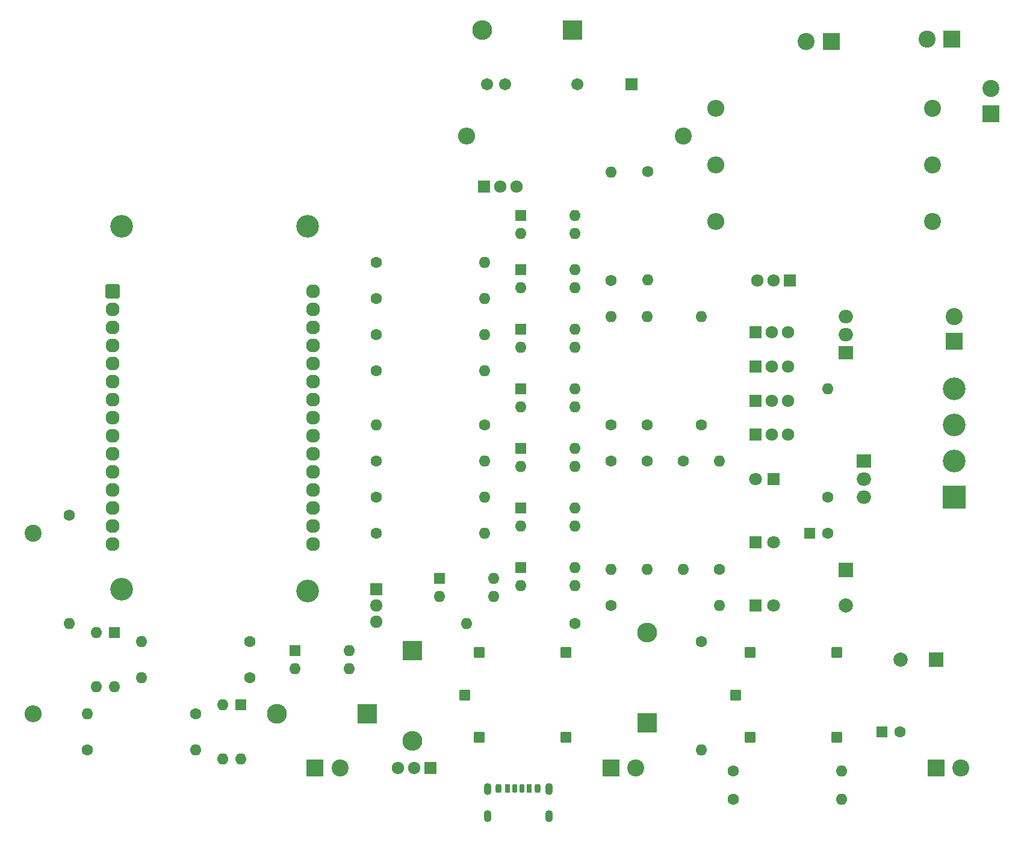
<source format=gts>
%TF.GenerationSoftware,KiCad,Pcbnew,8.0.3*%
%TF.CreationDate,2024-06-28T23:57:55+05:30*%
%TF.ProjectId,new kicad,6e657720-6b69-4636-9164-2e6b69636164,rev?*%
%TF.SameCoordinates,Original*%
%TF.FileFunction,Soldermask,Top*%
%TF.FilePolarity,Negative*%
%FSLAX46Y46*%
G04 Gerber Fmt 4.6, Leading zero omitted, Abs format (unit mm)*
G04 Created by KiCad (PCBNEW 8.0.3) date 2024-06-28 23:57:55*
%MOMM*%
%LPD*%
G01*
G04 APERTURE LIST*
G04 Aperture macros list*
%AMRoundRect*
0 Rectangle with rounded corners*
0 $1 Rounding radius*
0 $2 $3 $4 $5 $6 $7 $8 $9 X,Y pos of 4 corners*
0 Add a 4 corners polygon primitive as box body*
4,1,4,$2,$3,$4,$5,$6,$7,$8,$9,$2,$3,0*
0 Add four circle primitives for the rounded corners*
1,1,$1+$1,$2,$3*
1,1,$1+$1,$4,$5*
1,1,$1+$1,$6,$7*
1,1,$1+$1,$8,$9*
0 Add four rect primitives between the rounded corners*
20,1,$1+$1,$2,$3,$4,$5,0*
20,1,$1+$1,$4,$5,$6,$7,0*
20,1,$1+$1,$6,$7,$8,$9,0*
20,1,$1+$1,$8,$9,$2,$3,0*%
G04 Aperture macros list end*
%ADD10R,1.710000X1.800000*%
%ADD11O,1.710000X1.800000*%
%ADD12RoundRect,0.102000X0.754000X0.754000X-0.754000X0.754000X-0.754000X-0.754000X0.754000X-0.754000X0*%
%ADD13C,1.712000*%
%ADD14R,2.400000X2.400000*%
%ADD15C,2.400000*%
%ADD16R,2.800000X2.800000*%
%ADD17O,2.800000X2.800000*%
%ADD18O,1.600000X1.600000*%
%ADD19C,1.600000*%
%ADD20R,1.600000X1.600000*%
%ADD21C,3.200000*%
%ADD22R,3.200000X3.200000*%
%ADD23O,2.400000X2.400000*%
%ADD24RoundRect,0.102000X-0.654000X-0.654000X0.654000X-0.654000X0.654000X0.654000X-0.654000X0.654000X0*%
%ADD25C,1.800000*%
%ADD26R,1.800000X1.800000*%
%ADD27R,2.000000X2.000000*%
%ADD28C,2.000000*%
%ADD29O,1.800000X1.710000*%
%ADD30R,1.800000X1.710000*%
%ADD31R,2.000000X1.905000*%
%ADD32O,2.000000X1.905000*%
%ADD33C,1.956600*%
%ADD34RoundRect,0.102000X-0.876300X-0.876300X0.876300X-0.876300X0.876300X0.876300X-0.876300X0.876300X0*%
%ADD35O,1.100000X1.700000*%
%ADD36RoundRect,0.200000X-0.200000X-0.400000X0.200000X-0.400000X0.200000X0.400000X-0.200000X0.400000X0*%
%ADD37RoundRect,0.190000X-0.190000X-0.410000X0.190000X-0.410000X0.190000X0.410000X-0.190000X0.410000X0*%
%ADD38RoundRect,0.175000X0.175000X0.425000X-0.175000X0.425000X-0.175000X-0.425000X0.175000X-0.425000X0*%
%ADD39RoundRect,0.200000X0.200000X0.400000X-0.200000X0.400000X-0.200000X-0.400000X0.200000X-0.400000X0*%
%ADD40RoundRect,0.190000X0.190000X0.410000X-0.190000X0.410000X-0.190000X-0.410000X0.190000X-0.410000X0*%
%ADD41RoundRect,0.175000X-0.175000X-0.425000X0.175000X-0.425000X0.175000X0.425000X-0.175000X0.425000X0*%
G04 APERTURE END LIST*
D10*
%TO.C,Q8*%
X142190000Y-63000000D03*
D11*
X144470000Y-63000000D03*
X146750000Y-63000000D03*
%TD*%
D12*
%TO.C,K1*%
X162910000Y-48650000D03*
D13*
X155290000Y-48650000D03*
X145130000Y-48650000D03*
X142590000Y-48650000D03*
%TD*%
D14*
%TO.C,J7*%
X208000000Y-42250000D03*
D15*
X204500000Y-42250000D03*
%TD*%
D14*
%TO.C,J2*%
X191000000Y-42600000D03*
D15*
X187500000Y-42600000D03*
%TD*%
D16*
%TO.C,D8*%
X154600000Y-41000000D03*
D17*
X141900000Y-41000000D03*
%TD*%
D18*
%TO.C,R16*%
X93980000Y-132080000D03*
D19*
X109220000Y-132080000D03*
%TD*%
D18*
%TO.C,R12*%
X93980000Y-127000000D03*
D19*
X109220000Y-127000000D03*
%TD*%
D18*
%TO.C,R13*%
X160020000Y-116840000D03*
D19*
X160020000Y-101600000D03*
%TD*%
D15*
%TO.C,J4*%
X121920000Y-144780000D03*
D14*
X118420000Y-144780000D03*
%TD*%
D18*
%TO.C,R22*%
X142240000Y-88900000D03*
D19*
X127000000Y-88900000D03*
%TD*%
D18*
%TO.C,U12*%
X123200000Y-128265000D03*
X123200000Y-130805000D03*
X115580000Y-130805000D03*
D20*
X115580000Y-128265000D03*
%TD*%
D18*
%TO.C,R4*%
X172720000Y-142240000D03*
D19*
X172720000Y-127000000D03*
%TD*%
D11*
%TO.C,Q7*%
X184900000Y-97940000D03*
X182620000Y-97940000D03*
D10*
X180340000Y-97940000D03*
%TD*%
D18*
%TO.C,R5*%
X142240000Y-101600000D03*
D19*
X127000000Y-101600000D03*
%TD*%
D21*
%TO.C,D3*%
X208280000Y-91440000D03*
X208280000Y-96520000D03*
X208280000Y-101600000D03*
D22*
X208280000Y-106680000D03*
%TD*%
D18*
%TO.C,R17*%
X170180000Y-116840000D03*
D19*
X170180000Y-101600000D03*
%TD*%
D18*
%TO.C,R14*%
X165100000Y-116840000D03*
D19*
X165100000Y-101600000D03*
%TD*%
D18*
%TO.C,R6*%
X142240000Y-106680000D03*
D19*
X127000000Y-106680000D03*
%TD*%
D18*
%TO.C,R18*%
X127000000Y-96520000D03*
D19*
X142240000Y-96520000D03*
%TD*%
D18*
%TO.C,R20*%
X142240000Y-78740000D03*
D19*
X127000000Y-78740000D03*
%TD*%
D11*
%TO.C,Q5*%
X184900000Y-88340000D03*
X182620000Y-88340000D03*
D10*
X180340000Y-88340000D03*
%TD*%
D18*
%TO.C,R9*%
X172720000Y-81280000D03*
D19*
X172720000Y-96520000D03*
%TD*%
D18*
%TO.C,R25*%
X175260000Y-121920000D03*
D19*
X160020000Y-121920000D03*
%TD*%
D23*
%TO.C,R26*%
X174770000Y-60000000D03*
D15*
X205250000Y-60000000D03*
%TD*%
D18*
%TO.C,U14*%
X154940000Y-74674000D03*
X154940000Y-77214000D03*
X147320000Y-77214000D03*
D20*
X147320000Y-74674000D03*
%TD*%
D18*
%TO.C,R11*%
X175260000Y-101600000D03*
D19*
X175260000Y-116840000D03*
%TD*%
D18*
%TO.C,R30*%
X165100000Y-81280000D03*
D19*
X165100000Y-96520000D03*
%TD*%
D18*
%TO.C,R21*%
X142240000Y-83820000D03*
D19*
X127000000Y-83820000D03*
%TD*%
D18*
%TO.C,U15*%
X154940000Y-83057000D03*
X154940000Y-85597000D03*
X147320000Y-85597000D03*
D20*
X147320000Y-83057000D03*
%TD*%
D18*
%TO.C,U11*%
X154940000Y-116589000D03*
X154940000Y-119129000D03*
X147320000Y-119129000D03*
D20*
X147320000Y-116589000D03*
%TD*%
D18*
%TO.C,U13*%
X154940000Y-67054000D03*
X154940000Y-69594000D03*
X147320000Y-69594000D03*
D20*
X147320000Y-67054000D03*
%TD*%
D18*
%TO.C,R1*%
X190500000Y-91440000D03*
D19*
X190500000Y-106680000D03*
%TD*%
D18*
%TO.C,R32*%
X192500000Y-145200000D03*
D19*
X177260000Y-145200000D03*
%TD*%
D18*
%TO.C,R2*%
X83820000Y-124460000D03*
D19*
X83820000Y-109220000D03*
%TD*%
D20*
%TO.C,C3*%
X188000000Y-111760000D03*
D19*
X190500000Y-111760000D03*
%TD*%
D11*
%TO.C,Q6*%
X184900000Y-93140000D03*
X182620000Y-93140000D03*
D10*
X180340000Y-93140000D03*
%TD*%
D18*
%TO.C,U16*%
X154940000Y-91440000D03*
X154940000Y-93980000D03*
X147320000Y-93980000D03*
D20*
X147320000Y-91440000D03*
%TD*%
D18*
%TO.C,R15*%
X139700000Y-124460000D03*
D19*
X154940000Y-124460000D03*
%TD*%
D24*
%TO.C,U3*%
X191763250Y-128526750D03*
X191763250Y-140526750D03*
X179563250Y-140526750D03*
X177563250Y-134526750D03*
X179563250Y-128526750D03*
%TD*%
D25*
%TO.C,D7*%
X182880000Y-121920000D03*
D26*
X180340000Y-121920000D03*
%TD*%
D11*
%TO.C,Q4*%
X184900000Y-83540000D03*
X182620000Y-83540000D03*
D10*
X180340000Y-83540000D03*
%TD*%
D18*
%TO.C,U7*%
X107955000Y-143520000D03*
X105415000Y-143520000D03*
X105415000Y-135900000D03*
D20*
X107955000Y-135900000D03*
%TD*%
D18*
%TO.C,R28*%
X165250000Y-76120000D03*
D19*
X165250000Y-60880000D03*
%TD*%
D17*
%TO.C,D1*%
X132080000Y-140970000D03*
D16*
X132080000Y-128270000D03*
%TD*%
D11*
%TO.C,Q3*%
X180600000Y-76200000D03*
X182880000Y-76200000D03*
D10*
X185160000Y-76200000D03*
%TD*%
D27*
%TO.C,C2*%
X193040000Y-116920000D03*
D28*
X193040000Y-121920000D03*
%TD*%
D27*
%TO.C,C1*%
X205740000Y-129540000D03*
D28*
X200740000Y-129540000D03*
%TD*%
D15*
%TO.C,J3*%
X208280000Y-81280000D03*
D14*
X208280000Y-84780000D03*
%TD*%
D11*
%TO.C,Q1*%
X130060000Y-144780000D03*
X132340000Y-144780000D03*
D10*
X134620000Y-144780000D03*
%TD*%
D29*
%TO.C,Q2*%
X127000000Y-124200000D03*
X127000000Y-121920000D03*
D30*
X127000000Y-119640000D03*
%TD*%
D18*
%TO.C,R19*%
X142240000Y-73660000D03*
D19*
X127000000Y-73660000D03*
%TD*%
D18*
%TO.C,R10*%
X101600000Y-142240000D03*
D19*
X86360000Y-142240000D03*
%TD*%
D20*
%TO.C,C4*%
X198160000Y-139700000D03*
D19*
X200660000Y-139700000D03*
%TD*%
D18*
%TO.C,R8*%
X86360000Y-137160000D03*
D19*
X101600000Y-137160000D03*
%TD*%
D15*
%TO.C,J5*%
X209240000Y-144780000D03*
D14*
X205740000Y-144780000D03*
%TD*%
D18*
%TO.C,U10*%
X154940000Y-108206000D03*
X154940000Y-110746000D03*
X147320000Y-110746000D03*
D20*
X147320000Y-108206000D03*
%TD*%
D16*
%TO.C,D2*%
X165100000Y-138430000D03*
D17*
X165100000Y-125730000D03*
%TD*%
D20*
%TO.C,U9*%
X147320000Y-99823000D03*
D18*
X147320000Y-102363000D03*
X154940000Y-102363000D03*
X154940000Y-99823000D03*
%TD*%
D31*
%TO.C,U8*%
X193040000Y-86360000D03*
D32*
X193040000Y-83820000D03*
X193040000Y-81280000D03*
%TD*%
D20*
%TO.C,U6*%
X135900000Y-118105000D03*
D18*
X135900000Y-120645000D03*
X143520000Y-120645000D03*
X143520000Y-118105000D03*
%TD*%
D31*
%TO.C,U5*%
X195580000Y-101600000D03*
D32*
X195580000Y-104140000D03*
X195580000Y-106680000D03*
%TD*%
D20*
%TO.C,U4*%
X90175000Y-125740000D03*
D18*
X87635000Y-125740000D03*
X87635000Y-133360000D03*
X90175000Y-133360000D03*
%TD*%
D24*
%TO.C,U2*%
X141463250Y-128526750D03*
X139463250Y-134526750D03*
X141463250Y-140526750D03*
X153663250Y-140526750D03*
X153663250Y-128526750D03*
%TD*%
D33*
%TO.C,U1*%
X118110000Y-77724000D03*
X118110000Y-80264000D03*
X118110000Y-82804000D03*
X118110000Y-85344000D03*
X118110000Y-87884000D03*
X118110000Y-90424000D03*
X118110000Y-92964000D03*
X118110000Y-95504000D03*
X118110000Y-98044000D03*
X118110000Y-100584000D03*
X118110000Y-103124000D03*
X118110000Y-105664000D03*
X118110000Y-108204000D03*
X118110000Y-110744000D03*
X118110000Y-113284000D03*
X89916000Y-113284000D03*
X89916000Y-110744000D03*
X89916000Y-108204000D03*
X89916000Y-105664000D03*
X89916000Y-103124000D03*
X89916000Y-100584000D03*
X89916000Y-98044000D03*
X89916000Y-95504000D03*
X89916000Y-92964000D03*
X89916000Y-90424000D03*
X89916000Y-87884000D03*
X89916000Y-85344000D03*
X89916000Y-82804000D03*
X89916000Y-80264000D03*
D34*
X89916000Y-77724000D03*
D21*
X117348000Y-119888000D03*
X117348000Y-68580000D03*
X91186000Y-119634000D03*
X91186000Y-68580000D03*
%TD*%
D18*
%TO.C,R33*%
X192500000Y-149250000D03*
D19*
X177260000Y-149250000D03*
%TD*%
D15*
%TO.C,R31*%
X205250000Y-52050000D03*
D23*
X174770000Y-52050000D03*
%TD*%
D19*
%TO.C,R29*%
X160020000Y-96520000D03*
D18*
X160020000Y-81280000D03*
%TD*%
D19*
%TO.C,R27*%
X160020000Y-76200000D03*
D18*
X160020000Y-60960000D03*
%TD*%
D15*
%TO.C,R24*%
X205250000Y-67950000D03*
D23*
X174770000Y-67950000D03*
%TD*%
D15*
%TO.C,R23*%
X170180000Y-55880000D03*
D23*
X139700000Y-55880000D03*
%TD*%
D19*
%TO.C,R7*%
X127000000Y-111760000D03*
D18*
X142240000Y-111760000D03*
%TD*%
D15*
%TO.C,R3*%
X78740000Y-111760000D03*
D23*
X78740000Y-137160000D03*
%TD*%
D35*
%TO.C,J6*%
X151320000Y-151550000D03*
X151320000Y-147750000D03*
X142680000Y-151550000D03*
X142680000Y-147750000D03*
D36*
X144250000Y-147670000D03*
D37*
X145480000Y-147670000D03*
D38*
X147500000Y-147670000D03*
D39*
X149750000Y-147670000D03*
D40*
X148520000Y-147670000D03*
D41*
X146500000Y-147670000D03*
%TD*%
D14*
%TO.C,J1*%
X160020000Y-144780000D03*
D15*
X163520000Y-144780000D03*
%TD*%
D26*
%TO.C,D6*%
X180340000Y-113030000D03*
D25*
X182880000Y-113030000D03*
%TD*%
D16*
%TO.C,D5*%
X125730000Y-137160000D03*
D17*
X113030000Y-137160000D03*
%TD*%
D26*
%TO.C,D4*%
X182880000Y-104140000D03*
D25*
X180340000Y-104140000D03*
%TD*%
D14*
%TO.C,J8*%
X213500000Y-52750000D03*
D15*
X213500000Y-49250000D03*
%TD*%
M02*

</source>
